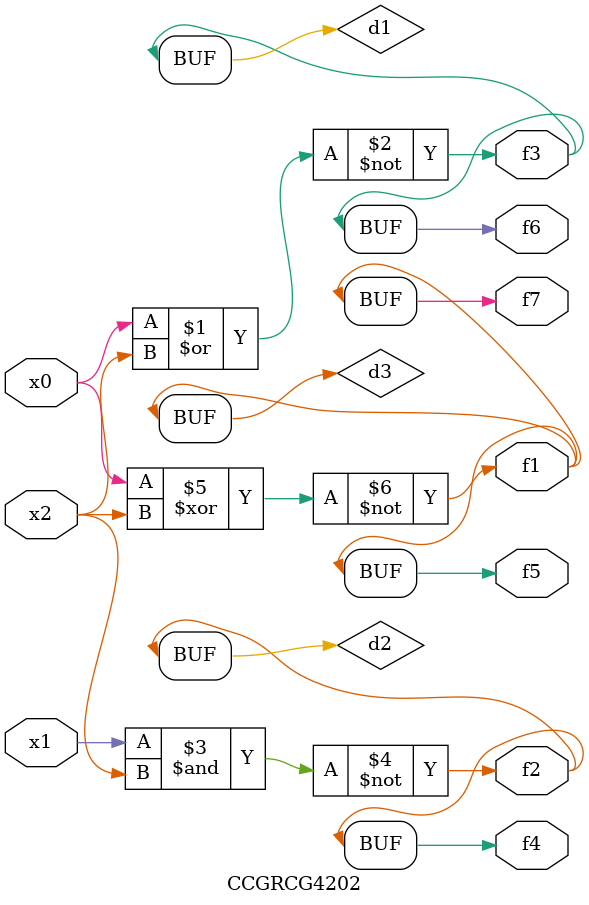
<source format=v>
module CCGRCG4202(
	input x0, x1, x2,
	output f1, f2, f3, f4, f5, f6, f7
);

	wire d1, d2, d3;

	nor (d1, x0, x2);
	nand (d2, x1, x2);
	xnor (d3, x0, x2);
	assign f1 = d3;
	assign f2 = d2;
	assign f3 = d1;
	assign f4 = d2;
	assign f5 = d3;
	assign f6 = d1;
	assign f7 = d3;
endmodule

</source>
